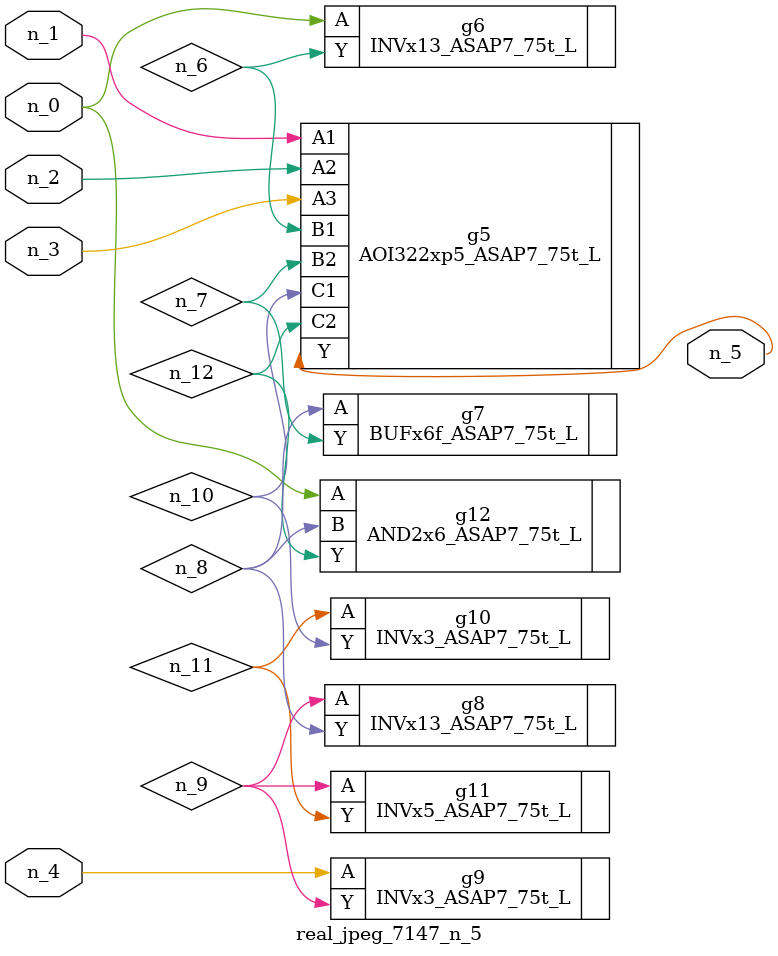
<source format=v>
module real_jpeg_7147_n_5 (n_4, n_0, n_1, n_2, n_3, n_5);

input n_4;
input n_0;
input n_1;
input n_2;
input n_3;

output n_5;

wire n_12;
wire n_8;
wire n_11;
wire n_6;
wire n_7;
wire n_10;
wire n_9;

INVx13_ASAP7_75t_L g6 ( 
.A(n_0),
.Y(n_6)
);

AND2x6_ASAP7_75t_L g12 ( 
.A(n_0),
.B(n_8),
.Y(n_12)
);

AOI322xp5_ASAP7_75t_L g5 ( 
.A1(n_1),
.A2(n_2),
.A3(n_3),
.B1(n_6),
.B2(n_7),
.C1(n_10),
.C2(n_12),
.Y(n_5)
);

INVx3_ASAP7_75t_L g9 ( 
.A(n_4),
.Y(n_9)
);

BUFx6f_ASAP7_75t_L g7 ( 
.A(n_8),
.Y(n_7)
);

INVx13_ASAP7_75t_L g8 ( 
.A(n_9),
.Y(n_8)
);

INVx5_ASAP7_75t_L g11 ( 
.A(n_9),
.Y(n_11)
);

INVx3_ASAP7_75t_L g10 ( 
.A(n_11),
.Y(n_10)
);


endmodule
</source>
